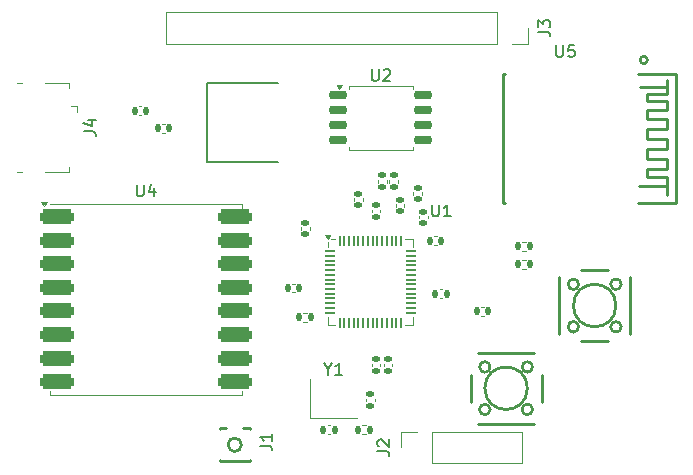
<source format=gbr>
%TF.GenerationSoftware,KiCad,Pcbnew,8.0.4*%
%TF.CreationDate,2024-08-04T17:25:46-04:00*%
%TF.ProjectId,board,626f6172-642e-46b6-9963-61645f706362,rev?*%
%TF.SameCoordinates,Original*%
%TF.FileFunction,Legend,Top*%
%TF.FilePolarity,Positive*%
%FSLAX46Y46*%
G04 Gerber Fmt 4.6, Leading zero omitted, Abs format (unit mm)*
G04 Created by KiCad (PCBNEW 8.0.4) date 2024-08-04 17:25:46*
%MOMM*%
%LPD*%
G01*
G04 APERTURE LIST*
G04 Aperture macros list*
%AMRoundRect*
0 Rectangle with rounded corners*
0 $1 Rounding radius*
0 $2 $3 $4 $5 $6 $7 $8 $9 X,Y pos of 4 corners*
0 Add a 4 corners polygon primitive as box body*
4,1,4,$2,$3,$4,$5,$6,$7,$8,$9,$2,$3,0*
0 Add four circle primitives for the rounded corners*
1,1,$1+$1,$2,$3*
1,1,$1+$1,$4,$5*
1,1,$1+$1,$6,$7*
1,1,$1+$1,$8,$9*
0 Add four rect primitives between the rounded corners*
20,1,$1+$1,$2,$3,$4,$5,0*
20,1,$1+$1,$4,$5,$6,$7,0*
20,1,$1+$1,$6,$7,$8,$9,0*
20,1,$1+$1,$8,$9,$2,$3,0*%
G04 Aperture macros list end*
%ADD10C,0.150000*%
%ADD11C,0.254000*%
%ADD12C,0.120000*%
%ADD13C,0.152500*%
%ADD14R,1.000000X1.050000*%
%ADD15R,1.050000X2.200000*%
%ADD16C,1.800000*%
%ADD17RoundRect,0.140000X-0.170000X0.140000X-0.170000X-0.140000X0.170000X-0.140000X0.170000X0.140000X0*%
%ADD18RoundRect,0.135000X-0.185000X0.135000X-0.185000X-0.135000X0.185000X-0.135000X0.185000X0.135000X0*%
%ADD19C,2.200000*%
%ADD20R,1.700000X1.700000*%
%ADD21O,1.700000X1.700000*%
%ADD22RoundRect,0.140000X0.140000X0.170000X-0.140000X0.170000X-0.140000X-0.170000X0.140000X-0.170000X0*%
%ADD23RoundRect,0.140000X0.170000X-0.140000X0.170000X0.140000X-0.170000X0.140000X-0.170000X-0.140000X0*%
%ADD24RoundRect,0.135000X-0.135000X-0.185000X0.135000X-0.185000X0.135000X0.185000X-0.135000X0.185000X0*%
%ADD25RoundRect,0.317500X-1.157500X-0.317500X1.157500X-0.317500X1.157500X0.317500X-1.157500X0.317500X0*%
%ADD26RoundRect,0.140000X-0.140000X-0.170000X0.140000X-0.170000X0.140000X0.170000X-0.140000X0.170000X0*%
%ADD27RoundRect,0.150000X-0.650000X-0.150000X0.650000X-0.150000X0.650000X0.150000X-0.650000X0.150000X0*%
%ADD28R,1.350000X0.400000*%
%ADD29O,1.550000X0.890000*%
%ADD30R,1.550000X1.200000*%
%ADD31O,0.950000X1.250000*%
%ADD32R,1.550000X1.500000*%
%ADD33R,0.900000X1.800000*%
%ADD34RoundRect,0.050000X-0.387500X-0.050000X0.387500X-0.050000X0.387500X0.050000X-0.387500X0.050000X0*%
%ADD35RoundRect,0.050000X-0.050000X-0.387500X0.050000X-0.387500X0.050000X0.387500X-0.050000X0.387500X0*%
%ADD36R,3.200000X3.200000*%
%ADD37R,1.400000X1.200000*%
%ADD38RoundRect,0.135000X0.135000X0.185000X-0.135000X0.185000X-0.135000X-0.185000X0.135000X-0.185000X0*%
%ADD39R,3.000000X1.600000*%
%ADD40R,6.200000X5.800000*%
G04 APERTURE END LIST*
D10*
X62679819Y-63870833D02*
X63394104Y-63870833D01*
X63394104Y-63870833D02*
X63536961Y-63918452D01*
X63536961Y-63918452D02*
X63632200Y-64013690D01*
X63632200Y-64013690D02*
X63679819Y-64156547D01*
X63679819Y-64156547D02*
X63679819Y-64251785D01*
X63679819Y-62870833D02*
X63679819Y-63442261D01*
X63679819Y-63156547D02*
X62679819Y-63156547D01*
X62679819Y-63156547D02*
X62822676Y-63251785D01*
X62822676Y-63251785D02*
X62917914Y-63347023D01*
X62917914Y-63347023D02*
X62965533Y-63442261D01*
X72604819Y-64333333D02*
X73319104Y-64333333D01*
X73319104Y-64333333D02*
X73461961Y-64380952D01*
X73461961Y-64380952D02*
X73557200Y-64476190D01*
X73557200Y-64476190D02*
X73604819Y-64619047D01*
X73604819Y-64619047D02*
X73604819Y-64714285D01*
X72700057Y-63904761D02*
X72652438Y-63857142D01*
X72652438Y-63857142D02*
X72604819Y-63761904D01*
X72604819Y-63761904D02*
X72604819Y-63523809D01*
X72604819Y-63523809D02*
X72652438Y-63428571D01*
X72652438Y-63428571D02*
X72700057Y-63380952D01*
X72700057Y-63380952D02*
X72795295Y-63333333D01*
X72795295Y-63333333D02*
X72890533Y-63333333D01*
X72890533Y-63333333D02*
X73033390Y-63380952D01*
X73033390Y-63380952D02*
X73604819Y-63952380D01*
X73604819Y-63952380D02*
X73604819Y-63333333D01*
X86224819Y-28833333D02*
X86939104Y-28833333D01*
X86939104Y-28833333D02*
X87081961Y-28880952D01*
X87081961Y-28880952D02*
X87177200Y-28976190D01*
X87177200Y-28976190D02*
X87224819Y-29119047D01*
X87224819Y-29119047D02*
X87224819Y-29214285D01*
X86224819Y-28452380D02*
X86224819Y-27833333D01*
X86224819Y-27833333D02*
X86605771Y-28166666D01*
X86605771Y-28166666D02*
X86605771Y-28023809D01*
X86605771Y-28023809D02*
X86653390Y-27928571D01*
X86653390Y-27928571D02*
X86701009Y-27880952D01*
X86701009Y-27880952D02*
X86796247Y-27833333D01*
X86796247Y-27833333D02*
X87034342Y-27833333D01*
X87034342Y-27833333D02*
X87129580Y-27880952D01*
X87129580Y-27880952D02*
X87177200Y-27928571D01*
X87177200Y-27928571D02*
X87224819Y-28023809D01*
X87224819Y-28023809D02*
X87224819Y-28309523D01*
X87224819Y-28309523D02*
X87177200Y-28404761D01*
X87177200Y-28404761D02*
X87129580Y-28452380D01*
X52238095Y-41754819D02*
X52238095Y-42564342D01*
X52238095Y-42564342D02*
X52285714Y-42659580D01*
X52285714Y-42659580D02*
X52333333Y-42707200D01*
X52333333Y-42707200D02*
X52428571Y-42754819D01*
X52428571Y-42754819D02*
X52619047Y-42754819D01*
X52619047Y-42754819D02*
X52714285Y-42707200D01*
X52714285Y-42707200D02*
X52761904Y-42659580D01*
X52761904Y-42659580D02*
X52809523Y-42564342D01*
X52809523Y-42564342D02*
X52809523Y-41754819D01*
X53714285Y-42088152D02*
X53714285Y-42754819D01*
X53476190Y-41707200D02*
X53238095Y-42421485D01*
X53238095Y-42421485D02*
X53857142Y-42421485D01*
X72138095Y-31989819D02*
X72138095Y-32799342D01*
X72138095Y-32799342D02*
X72185714Y-32894580D01*
X72185714Y-32894580D02*
X72233333Y-32942200D01*
X72233333Y-32942200D02*
X72328571Y-32989819D01*
X72328571Y-32989819D02*
X72519047Y-32989819D01*
X72519047Y-32989819D02*
X72614285Y-32942200D01*
X72614285Y-32942200D02*
X72661904Y-32894580D01*
X72661904Y-32894580D02*
X72709523Y-32799342D01*
X72709523Y-32799342D02*
X72709523Y-31989819D01*
X73138095Y-32085057D02*
X73185714Y-32037438D01*
X73185714Y-32037438D02*
X73280952Y-31989819D01*
X73280952Y-31989819D02*
X73519047Y-31989819D01*
X73519047Y-31989819D02*
X73614285Y-32037438D01*
X73614285Y-32037438D02*
X73661904Y-32085057D01*
X73661904Y-32085057D02*
X73709523Y-32180295D01*
X73709523Y-32180295D02*
X73709523Y-32275533D01*
X73709523Y-32275533D02*
X73661904Y-32418390D01*
X73661904Y-32418390D02*
X73090476Y-32989819D01*
X73090476Y-32989819D02*
X73709523Y-32989819D01*
X47754819Y-37233333D02*
X48469104Y-37233333D01*
X48469104Y-37233333D02*
X48611961Y-37280952D01*
X48611961Y-37280952D02*
X48707200Y-37376190D01*
X48707200Y-37376190D02*
X48754819Y-37519047D01*
X48754819Y-37519047D02*
X48754819Y-37614285D01*
X48088152Y-36328571D02*
X48754819Y-36328571D01*
X47707200Y-36566666D02*
X48421485Y-36804761D01*
X48421485Y-36804761D02*
X48421485Y-36185714D01*
X87738095Y-29954819D02*
X87738095Y-30764342D01*
X87738095Y-30764342D02*
X87785714Y-30859580D01*
X87785714Y-30859580D02*
X87833333Y-30907200D01*
X87833333Y-30907200D02*
X87928571Y-30954819D01*
X87928571Y-30954819D02*
X88119047Y-30954819D01*
X88119047Y-30954819D02*
X88214285Y-30907200D01*
X88214285Y-30907200D02*
X88261904Y-30859580D01*
X88261904Y-30859580D02*
X88309523Y-30764342D01*
X88309523Y-30764342D02*
X88309523Y-29954819D01*
X89261904Y-29954819D02*
X88785714Y-29954819D01*
X88785714Y-29954819D02*
X88738095Y-30431009D01*
X88738095Y-30431009D02*
X88785714Y-30383390D01*
X88785714Y-30383390D02*
X88880952Y-30335771D01*
X88880952Y-30335771D02*
X89119047Y-30335771D01*
X89119047Y-30335771D02*
X89214285Y-30383390D01*
X89214285Y-30383390D02*
X89261904Y-30431009D01*
X89261904Y-30431009D02*
X89309523Y-30526247D01*
X89309523Y-30526247D02*
X89309523Y-30764342D01*
X89309523Y-30764342D02*
X89261904Y-30859580D01*
X89261904Y-30859580D02*
X89214285Y-30907200D01*
X89214285Y-30907200D02*
X89119047Y-30954819D01*
X89119047Y-30954819D02*
X88880952Y-30954819D01*
X88880952Y-30954819D02*
X88785714Y-30907200D01*
X88785714Y-30907200D02*
X88738095Y-30859580D01*
X77238095Y-43454819D02*
X77238095Y-44264342D01*
X77238095Y-44264342D02*
X77285714Y-44359580D01*
X77285714Y-44359580D02*
X77333333Y-44407200D01*
X77333333Y-44407200D02*
X77428571Y-44454819D01*
X77428571Y-44454819D02*
X77619047Y-44454819D01*
X77619047Y-44454819D02*
X77714285Y-44407200D01*
X77714285Y-44407200D02*
X77761904Y-44359580D01*
X77761904Y-44359580D02*
X77809523Y-44264342D01*
X77809523Y-44264342D02*
X77809523Y-43454819D01*
X78809523Y-44454819D02*
X78238095Y-44454819D01*
X78523809Y-44454819D02*
X78523809Y-43454819D01*
X78523809Y-43454819D02*
X78428571Y-43597676D01*
X78428571Y-43597676D02*
X78333333Y-43692914D01*
X78333333Y-43692914D02*
X78238095Y-43740533D01*
X68423809Y-57378628D02*
X68423809Y-57854819D01*
X68090476Y-56854819D02*
X68423809Y-57378628D01*
X68423809Y-57378628D02*
X68757142Y-56854819D01*
X69614285Y-57854819D02*
X69042857Y-57854819D01*
X69328571Y-57854819D02*
X69328571Y-56854819D01*
X69328571Y-56854819D02*
X69233333Y-56997676D01*
X69233333Y-56997676D02*
X69138095Y-57092914D01*
X69138095Y-57092914D02*
X69042857Y-57140533D01*
D11*
%TO.C,J1*%
X61795000Y-62390000D02*
X61256000Y-62390000D01*
X59794000Y-62390000D02*
X59255000Y-62390000D01*
X59255000Y-62390000D02*
X59255000Y-62456500D01*
X61795000Y-62456500D02*
X61795000Y-62390000D01*
X59255000Y-65118500D02*
X59255000Y-65185000D01*
X61795000Y-65185000D02*
X61795000Y-65118500D01*
X61256000Y-65185000D02*
X61795000Y-65185000D01*
X61256000Y-65185000D02*
X59794000Y-65185000D01*
X59255000Y-65185000D02*
X59794000Y-65185000D01*
X61093000Y-63787500D02*
G75*
G02*
X59957000Y-63787500I-568000J0D01*
G01*
X59957000Y-63787500D02*
G75*
G02*
X61093000Y-63787500I568000J0D01*
G01*
%TO.C,SW2*%
X86500000Y-57853000D02*
X86500000Y-60147000D01*
X85904000Y-62000000D02*
X81096000Y-62000000D01*
X81096000Y-56000000D02*
X85904000Y-56000000D01*
X80500000Y-60147000D02*
X80500000Y-57853000D01*
X85747000Y-60800000D02*
G75*
G02*
X84853000Y-60800000I-447000J0D01*
G01*
X84853000Y-60800000D02*
G75*
G02*
X85747000Y-60800000I447000J0D01*
G01*
X85747000Y-57200000D02*
G75*
G02*
X84853000Y-57200000I-447000J0D01*
G01*
X84853000Y-57200000D02*
G75*
G02*
X85747000Y-57200000I447000J0D01*
G01*
X85300000Y-59000000D02*
G75*
G02*
X81700000Y-59000000I-1800000J0D01*
G01*
X81700000Y-59000000D02*
G75*
G02*
X85300000Y-59000000I1800000J0D01*
G01*
X82147500Y-60800000D02*
G75*
G02*
X81252500Y-60800000I-447500J0D01*
G01*
X81252500Y-60800000D02*
G75*
G02*
X82147500Y-60800000I447500J0D01*
G01*
X82147500Y-57200000D02*
G75*
G02*
X81252500Y-57200000I-447500J0D01*
G01*
X81252500Y-57200000D02*
G75*
G02*
X82147500Y-57200000I447500J0D01*
G01*
%TO.C,SW1*%
X92147000Y-55000000D02*
X89853000Y-55000000D01*
X88000000Y-54404000D02*
X88000000Y-49596000D01*
X94000000Y-49596000D02*
X94000000Y-54404000D01*
X89853000Y-49000000D02*
X92147000Y-49000000D01*
X89647000Y-53800000D02*
G75*
G02*
X88753000Y-53800000I-447000J0D01*
G01*
X88753000Y-53800000D02*
G75*
G02*
X89647000Y-53800000I447000J0D01*
G01*
X93247000Y-53800000D02*
G75*
G02*
X92353000Y-53800000I-447000J0D01*
G01*
X92353000Y-53800000D02*
G75*
G02*
X93247000Y-53800000I447000J0D01*
G01*
X92800000Y-52000000D02*
G75*
G02*
X89200000Y-52000000I-1800000J0D01*
G01*
X89200000Y-52000000D02*
G75*
G02*
X92800000Y-52000000I1800000J0D01*
G01*
X89647500Y-50200000D02*
G75*
G02*
X88752500Y-50200000I-447500J0D01*
G01*
X88752500Y-50200000D02*
G75*
G02*
X89647500Y-50200000I447500J0D01*
G01*
X93247500Y-50200000D02*
G75*
G02*
X92352500Y-50200000I-447500J0D01*
G01*
X92352500Y-50200000D02*
G75*
G02*
X93247500Y-50200000I447500J0D01*
G01*
D12*
%TO.C,C5*%
X66140000Y-45392164D02*
X66140000Y-45607836D01*
X66860000Y-45392164D02*
X66860000Y-45607836D01*
%TO.C,R2*%
X72620000Y-41336359D02*
X72620000Y-41643641D01*
X73380000Y-41336359D02*
X73380000Y-41643641D01*
%TO.C,J2*%
X74590000Y-62670000D02*
X75920000Y-62670000D01*
X74590000Y-64000000D02*
X74590000Y-62670000D01*
X77190000Y-62670000D02*
X84870000Y-62670000D01*
X77190000Y-65330000D02*
X77190000Y-62670000D01*
X77190000Y-65330000D02*
X84870000Y-65330000D01*
X84870000Y-65330000D02*
X84870000Y-62670000D01*
%TO.C,C15*%
X68627836Y-62140000D02*
X68412164Y-62140000D01*
X68627836Y-62860000D02*
X68412164Y-62860000D01*
%TO.C,C16*%
X71640000Y-60107836D02*
X71640000Y-59892164D01*
X72360000Y-60107836D02*
X72360000Y-59892164D01*
%TO.C,R8*%
X66336359Y-52620000D02*
X66643641Y-52620000D01*
X66336359Y-53380000D02*
X66643641Y-53380000D01*
%TO.C,J3*%
X54730000Y-27170000D02*
X54730000Y-29830000D01*
X82730000Y-27170000D02*
X54730000Y-27170000D01*
X82730000Y-27170000D02*
X82730000Y-29830000D01*
X82730000Y-29830000D02*
X54730000Y-29830000D01*
X85330000Y-28500000D02*
X85330000Y-29830000D01*
X85330000Y-29830000D02*
X84000000Y-29830000D01*
%TO.C,U4*%
X44900000Y-43400000D02*
X61100000Y-43400000D01*
X44900000Y-59200000D02*
X44900000Y-59600000D01*
X44900000Y-59600000D02*
X61100000Y-59600000D01*
X61100000Y-43400000D02*
X61100000Y-43800000D01*
X61100000Y-59600000D02*
X61100000Y-59200000D01*
X44400000Y-43600000D02*
X44160000Y-43264000D01*
X44640000Y-43264000D01*
X44400000Y-43600000D01*
G36*
X44400000Y-43600000D02*
G01*
X44160000Y-43264000D01*
X44640000Y-43264000D01*
X44400000Y-43600000D01*
G37*
%TO.C,C9*%
X73140000Y-56912164D02*
X73140000Y-57127836D01*
X73860000Y-56912164D02*
X73860000Y-57127836D01*
%TO.C,C11*%
X74140000Y-43627836D02*
X74140000Y-43412164D01*
X74860000Y-43627836D02*
X74860000Y-43412164D01*
%TO.C,C12*%
X52412164Y-35140000D02*
X52627836Y-35140000D01*
X52412164Y-35860000D02*
X52627836Y-35860000D01*
%TO.C,C1*%
X77627836Y-46140000D02*
X77412164Y-46140000D01*
X77627836Y-46860000D02*
X77412164Y-46860000D01*
%TO.C,U2*%
X70175000Y-33370000D02*
X70175000Y-33630000D01*
X70175000Y-38820000D02*
X70175000Y-38560000D01*
X72900000Y-33370000D02*
X70175000Y-33370000D01*
X72900000Y-33370000D02*
X75625000Y-33370000D01*
X72900000Y-38820000D02*
X70175000Y-38820000D01*
X72900000Y-38820000D02*
X75625000Y-38820000D01*
X75625000Y-33370000D02*
X75625000Y-33630000D01*
X75625000Y-38820000D02*
X75625000Y-38560000D01*
X69392500Y-33630000D02*
X69152500Y-33300000D01*
X69632500Y-33300000D01*
X69392500Y-33630000D01*
G36*
X69392500Y-33630000D02*
G01*
X69152500Y-33300000D01*
X69632500Y-33300000D01*
X69392500Y-33630000D01*
G37*
%TO.C,R1*%
X73610000Y-41336359D02*
X73610000Y-41643641D01*
X74370000Y-41336359D02*
X74370000Y-41643641D01*
%TO.C,R7*%
X71336359Y-62120000D02*
X71643641Y-62120000D01*
X71336359Y-62880000D02*
X71643641Y-62880000D01*
%TO.C,J4*%
X42110000Y-33140000D02*
X42510000Y-33140000D01*
X42510000Y-40660000D02*
X42110000Y-40660000D01*
X44480000Y-33140000D02*
X46460000Y-33140000D01*
X44480000Y-40660000D02*
X46460000Y-40660000D01*
X46460000Y-33140000D02*
X46460000Y-33560000D01*
X46460000Y-40660000D02*
X46460000Y-40240000D01*
X46690000Y-35140000D02*
X47140000Y-35140000D01*
X47140000Y-35590000D02*
X47140000Y-35140000D01*
D11*
%TO.C,U5*%
X83250000Y-32414000D02*
X83419000Y-32414000D01*
X83250000Y-43314000D02*
X83250000Y-32414000D01*
X83419000Y-43314000D02*
X83250000Y-43314000D01*
X94681000Y-32414000D02*
X97850000Y-32414000D01*
X95450000Y-34114000D02*
X95450000Y-34714000D01*
X95450000Y-34714000D02*
X97150000Y-34714000D01*
X95450000Y-35414000D02*
X95450000Y-36214000D01*
X95450000Y-36214000D02*
X97150000Y-36214000D01*
X95450000Y-37014000D02*
X95450000Y-37914000D01*
X95450000Y-37914000D02*
X97150000Y-37914000D01*
X95450000Y-38714000D02*
X95450000Y-39614000D01*
X95450000Y-39614000D02*
X97150000Y-39614000D01*
X95450000Y-40414000D02*
X95450000Y-41114000D01*
X95450000Y-41114000D02*
X97150000Y-41114000D01*
X97150000Y-32914000D02*
X97150000Y-33514000D01*
X97150000Y-33514000D02*
X94850000Y-33514000D01*
X97150000Y-33514000D02*
X97150000Y-34114000D01*
X97150000Y-34114000D02*
X95450000Y-34114000D01*
X97150000Y-34714000D02*
X97150000Y-35414000D01*
X97150000Y-35414000D02*
X95450000Y-35414000D01*
X97150000Y-36214000D02*
X97150000Y-37014000D01*
X97150000Y-37014000D02*
X95450000Y-37014000D01*
X97150000Y-37914000D02*
X97150000Y-38714000D01*
X97150000Y-38714000D02*
X95450000Y-38714000D01*
X97150000Y-39614000D02*
X97150000Y-40414000D01*
X97150000Y-40414000D02*
X95450000Y-40414000D01*
X97150000Y-41114000D02*
X97150000Y-42614000D01*
X97150000Y-41914000D02*
X94750000Y-41914000D01*
X97150000Y-41972500D02*
X97150000Y-41914000D01*
X97850000Y-32414000D02*
X97850000Y-43314000D01*
X97850000Y-43314000D02*
X94681000Y-43314000D01*
X95466000Y-31214500D02*
G75*
G02*
X94834000Y-31214500I-316000J0D01*
G01*
X94834000Y-31214500D02*
G75*
G02*
X95466000Y-31214500I316000J0D01*
G01*
D12*
%TO.C,C13*%
X54607836Y-36640000D02*
X54392164Y-36640000D01*
X54607836Y-37360000D02*
X54392164Y-37360000D01*
%TO.C,U1*%
X68390000Y-47040000D02*
X68390000Y-46630000D01*
X68390000Y-53610000D02*
X68390000Y-52960000D01*
X69040000Y-46390000D02*
X68690000Y-46390000D01*
X69040000Y-53610000D02*
X68390000Y-53610000D01*
X74960000Y-46390000D02*
X75610000Y-46390000D01*
X74960000Y-53610000D02*
X75610000Y-53610000D01*
X75610000Y-46390000D02*
X75610000Y-47040000D01*
X75610000Y-53610000D02*
X75610000Y-52960000D01*
X68390000Y-46390000D02*
X68150000Y-46060000D01*
X68630000Y-46060000D01*
X68390000Y-46390000D01*
G36*
X68390000Y-46390000D02*
G01*
X68150000Y-46060000D01*
X68630000Y-46060000D01*
X68390000Y-46390000D01*
G37*
%TO.C,C4*%
X65392164Y-50140000D02*
X65607836Y-50140000D01*
X65392164Y-50860000D02*
X65607836Y-50860000D01*
%TO.C,C2*%
X78107836Y-50640000D02*
X77892164Y-50640000D01*
X78107836Y-51360000D02*
X77892164Y-51360000D01*
%TO.C,R6*%
X84836359Y-46620000D02*
X85143641Y-46620000D01*
X84836359Y-47380000D02*
X85143641Y-47380000D01*
%TO.C,Y1*%
X66900000Y-58200000D02*
X66900000Y-61500000D01*
X66900000Y-61500000D02*
X70900000Y-61500000D01*
%TO.C,C6*%
X72140000Y-43892164D02*
X72140000Y-44107836D01*
X72860000Y-43892164D02*
X72860000Y-44107836D01*
%TO.C,C7*%
X76140000Y-44412164D02*
X76140000Y-44627836D01*
X76860000Y-44412164D02*
X76860000Y-44627836D01*
%TO.C,C8*%
X75640000Y-42627836D02*
X75640000Y-42412164D01*
X76360000Y-42627836D02*
X76360000Y-42412164D01*
%TO.C,R5*%
X85153641Y-48120000D02*
X84846359Y-48120000D01*
X85153641Y-48880000D02*
X84846359Y-48880000D01*
%TO.C,C10*%
X70640000Y-43107836D02*
X70640000Y-42892164D01*
X71360000Y-43107836D02*
X71360000Y-42892164D01*
%TO.C,C3*%
X72140000Y-57127836D02*
X72140000Y-56912164D01*
X72860000Y-57127836D02*
X72860000Y-56912164D01*
%TO.C,C14*%
X81392164Y-52140000D02*
X81607836Y-52140000D01*
X81392164Y-52860000D02*
X81607836Y-52860000D01*
D13*
%TO.C,U3*%
X64161000Y-39846000D02*
X58193500Y-39846000D01*
X64161000Y-33154000D02*
X58193500Y-33154000D01*
X58193500Y-33154000D02*
X58193500Y-39846000D01*
%TD*%
%LPC*%
D14*
%TO.C,J1*%
X60525000Y-62262500D03*
D15*
X59050000Y-63787500D03*
X62000000Y-63787500D03*
%TD*%
D16*
%TO.C,SW2*%
X86750000Y-61250000D03*
X80250000Y-61250000D03*
X86750000Y-56750000D03*
X80250000Y-56750000D03*
%TD*%
%TO.C,SW1*%
X88750000Y-55250000D03*
X88750000Y-48750000D03*
X93250000Y-55250000D03*
X93250000Y-48750000D03*
%TD*%
D17*
%TO.C,C5*%
X66500000Y-45020000D03*
X66500000Y-45980000D03*
%TD*%
D18*
%TO.C,R2*%
X73000000Y-40980000D03*
X73000000Y-42000000D03*
%TD*%
D19*
%TO.C,REF\u002A\u002A*%
X45000000Y-29500000D03*
%TD*%
D20*
%TO.C,J2*%
X75920000Y-64000000D03*
D21*
X78460000Y-64000000D03*
X81000000Y-64000000D03*
X83540000Y-64000000D03*
%TD*%
D22*
%TO.C,C15*%
X69000000Y-62500000D03*
X68040000Y-62500000D03*
%TD*%
D23*
%TO.C,C16*%
X72000000Y-60480000D03*
X72000000Y-59520000D03*
%TD*%
D24*
%TO.C,R8*%
X65980000Y-53000000D03*
X67000000Y-53000000D03*
%TD*%
D19*
%TO.C,REF\u002A\u002A*%
X92000000Y-29500000D03*
%TD*%
D20*
%TO.C,J3*%
X84000000Y-28500000D03*
D21*
X81460000Y-28500000D03*
X78920000Y-28500000D03*
X76380000Y-28500000D03*
X73840000Y-28500000D03*
X71300000Y-28500000D03*
X68760000Y-28500000D03*
X66220000Y-28500000D03*
X63680000Y-28500000D03*
X61140000Y-28500000D03*
X58600000Y-28500000D03*
X56060000Y-28500000D03*
%TD*%
D25*
%TO.C,U4*%
X45475000Y-44500000D03*
X45475000Y-46500000D03*
X45475000Y-48500000D03*
X45475000Y-50500000D03*
X45475000Y-52500000D03*
X45475000Y-54500000D03*
X45475000Y-56500000D03*
X45475000Y-58500000D03*
X60525000Y-58500000D03*
X60525000Y-56500000D03*
X60525000Y-54500000D03*
X60525000Y-52500000D03*
X60525000Y-50500000D03*
X60525000Y-48500000D03*
X60525000Y-46500000D03*
X60525000Y-44500000D03*
%TD*%
D17*
%TO.C,C9*%
X73500000Y-56540000D03*
X73500000Y-57500000D03*
%TD*%
D23*
%TO.C,C11*%
X74500000Y-44000000D03*
X74500000Y-43040000D03*
%TD*%
D26*
%TO.C,C12*%
X52040000Y-35500000D03*
X53000000Y-35500000D03*
%TD*%
D22*
%TO.C,C1*%
X78000000Y-46500000D03*
X77040000Y-46500000D03*
%TD*%
D27*
%TO.C,U2*%
X69300000Y-34190000D03*
X69300000Y-35460000D03*
X69300000Y-36730000D03*
X69300000Y-38000000D03*
X76500000Y-38000000D03*
X76500000Y-36730000D03*
X76500000Y-35460000D03*
X76500000Y-34190000D03*
%TD*%
D18*
%TO.C,R1*%
X73990000Y-40980000D03*
X73990000Y-42000000D03*
%TD*%
D19*
%TO.C,REF\u002A\u002A*%
X45000000Y-63000000D03*
%TD*%
D24*
%TO.C,R7*%
X70980000Y-62500000D03*
X72000000Y-62500000D03*
%TD*%
D28*
%TO.C,J4*%
X46200000Y-35600000D03*
X46200000Y-36250000D03*
X46200000Y-36900000D03*
X46200000Y-37550000D03*
X46200000Y-38200000D03*
D29*
X43500000Y-33400000D03*
D30*
X43500000Y-34000000D03*
D31*
X46200000Y-34400000D03*
D32*
X43500000Y-35900000D03*
X43500000Y-37900000D03*
D31*
X46200000Y-39400000D03*
D30*
X43500000Y-39800000D03*
D29*
X43500000Y-40400000D03*
%TD*%
D33*
%TO.C,U5*%
X94000000Y-32500500D03*
X92900000Y-32500000D03*
X91800000Y-32500000D03*
X90700000Y-32500000D03*
X89600000Y-32500000D03*
X88500000Y-32500000D03*
X87400000Y-32500000D03*
X86300000Y-32500000D03*
X85200000Y-32500000D03*
X84100000Y-32500000D03*
X84100000Y-43128000D03*
X85200000Y-43128000D03*
X86300000Y-43128000D03*
X87400000Y-43128000D03*
X88500000Y-43128000D03*
X89600000Y-43128000D03*
X90700000Y-43128000D03*
X91800000Y-43128000D03*
X92900000Y-43128000D03*
X94000000Y-43128000D03*
%TD*%
D22*
%TO.C,C13*%
X54980000Y-37000000D03*
X54020000Y-37000000D03*
%TD*%
D34*
%TO.C,U1*%
X68562500Y-47400000D03*
X68562500Y-47800000D03*
X68562500Y-48200000D03*
X68562500Y-48600000D03*
X68562500Y-49000000D03*
X68562500Y-49400000D03*
X68562500Y-49800000D03*
X68562500Y-50200000D03*
X68562500Y-50600000D03*
X68562500Y-51000000D03*
X68562500Y-51400000D03*
X68562500Y-51800000D03*
X68562500Y-52200000D03*
X68562500Y-52600000D03*
D35*
X69400000Y-53437500D03*
X69800000Y-53437500D03*
X70200000Y-53437500D03*
X70600000Y-53437500D03*
X71000000Y-53437500D03*
X71400000Y-53437500D03*
X71800000Y-53437500D03*
X72200000Y-53437500D03*
X72600000Y-53437500D03*
X73000000Y-53437500D03*
X73400000Y-53437500D03*
X73800000Y-53437500D03*
X74200000Y-53437500D03*
X74600000Y-53437500D03*
D34*
X75437500Y-52600000D03*
X75437500Y-52200000D03*
X75437500Y-51800000D03*
X75437500Y-51400000D03*
X75437500Y-51000000D03*
X75437500Y-50600000D03*
X75437500Y-50200000D03*
X75437500Y-49800000D03*
X75437500Y-49400000D03*
X75437500Y-49000000D03*
X75437500Y-48600000D03*
X75437500Y-48200000D03*
X75437500Y-47800000D03*
X75437500Y-47400000D03*
D35*
X74600000Y-46562500D03*
X74200000Y-46562500D03*
X73800000Y-46562500D03*
X73400000Y-46562500D03*
X73000000Y-46562500D03*
X72600000Y-46562500D03*
X72200000Y-46562500D03*
X71800000Y-46562500D03*
X71400000Y-46562500D03*
X71000000Y-46562500D03*
X70600000Y-46562500D03*
X70200000Y-46562500D03*
X69800000Y-46562500D03*
X69400000Y-46562500D03*
D36*
X72000000Y-50000000D03*
%TD*%
D26*
%TO.C,C4*%
X65020000Y-50500000D03*
X65980000Y-50500000D03*
%TD*%
D22*
%TO.C,C2*%
X78480000Y-51000000D03*
X77520000Y-51000000D03*
%TD*%
D19*
%TO.C,REF\u002A\u002A*%
X92000000Y-63000000D03*
%TD*%
D24*
%TO.C,R6*%
X84480000Y-47000000D03*
X85500000Y-47000000D03*
%TD*%
D37*
%TO.C,Y1*%
X67800000Y-60700000D03*
X70000000Y-60700000D03*
X70000000Y-59000000D03*
X67800000Y-59000000D03*
%TD*%
D17*
%TO.C,C6*%
X72500000Y-43520000D03*
X72500000Y-44480000D03*
%TD*%
%TO.C,C7*%
X76500000Y-44040000D03*
X76500000Y-45000000D03*
%TD*%
D23*
%TO.C,C8*%
X76000000Y-43000000D03*
X76000000Y-42040000D03*
%TD*%
D38*
%TO.C,R5*%
X85510000Y-48500000D03*
X84490000Y-48500000D03*
%TD*%
D23*
%TO.C,C10*%
X71000000Y-43480000D03*
X71000000Y-42520000D03*
%TD*%
%TO.C,C3*%
X72500000Y-57500000D03*
X72500000Y-56540000D03*
%TD*%
D26*
%TO.C,C14*%
X81020000Y-52500000D03*
X81980000Y-52500000D03*
%TD*%
D39*
%TO.C,U3*%
X56152000Y-34210000D03*
D40*
X63000000Y-36500000D03*
D39*
X56152000Y-38790000D03*
%TD*%
%LPD*%
M02*

</source>
